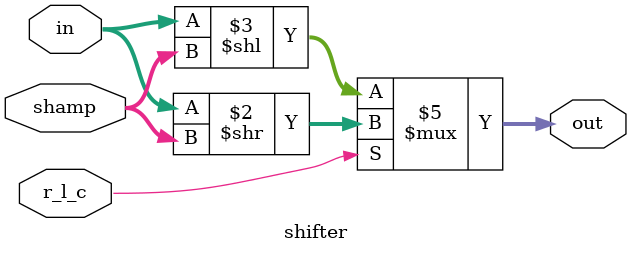
<source format=v>
module shifter(
	input [15:0] in,
	input [3:0]  shamp,
	input r_l_c,
	output reg [15:0] out);

   always @(*) begin
      if(r_l_c)
			out = in >> shamp;
		else
			out = in << shamp;
   end
	 
endmodule
	
</source>
